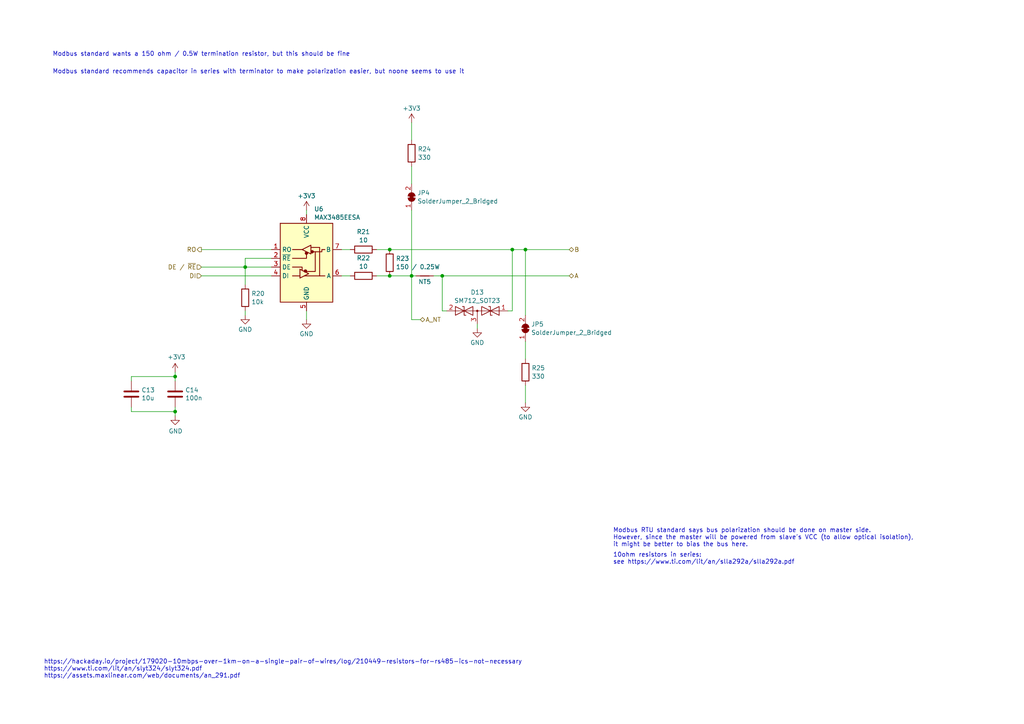
<source format=kicad_sch>
(kicad_sch (version 20230121) (generator eeschema)
  (paper "A4")
  (lib_symbols
    (symbol "Device:C" (pin_numbers hide) (pin_names (offset 0.254))
      (property "Reference" "C" (at 0.635 2.54 0))
      (property "Value" "C" (at 0.635 -2.54 0))
      (symbol "C_0_1"
        (polyline (pts (xy -2.032 -0.762) (xy 2.032 -0.762)) (stroke (width 0.508)))
        (polyline (pts (xy -2.032 0.762) (xy 2.032 0.762)) (stroke (width 0.508)))
      )
      (symbol "C_1_1"
        (pin passive line (at 0 3.81 270) (length 2.794) (name "~") (number "1"))
        (pin passive line (at 0 -3.81 90) (length 2.794) (name "~") (number "2"))
      )
    )
    (symbol "Device:NetTie_2" (pin_numbers hide) (pin_names (offset 0) hide) (in_bom no)
      (property "Reference" "NT" (at 0 1.27 0))
      (property "Value" "NetTie_2" (at 0 -1.27 0))
      (symbol "NetTie_2_0_1"
        (polyline (pts (xy -1.27 0) (xy 1.27 0)) (stroke (width 0.254)))
      )
      (symbol "NetTie_2_1_1"
        (pin passive line (at -2.54 0 0) (length 2.54) (name "1") (number "1"))
        (pin passive line (at 2.54 0 180) (length 2.54) (name "2") (number "2"))
      )
    )
    (symbol "Device:R" (pin_numbers hide) (pin_names (offset 0))
      (property "Reference" "R" (at 2.032 0 90))
      (property "Value" "R" (at 0 0 90))
      (symbol "R_0_1"
        (rectangle (start -1.016 -2.54) (end 1.016 2.54) (stroke (width 0.254)))
      )
      (symbol "R_1_1"
        (pin passive line (at 0 3.81 270) (length 1.27) (name "~") (number "1"))
        (pin passive line (at 0 -3.81 90) (length 1.27) (name "~") (number "2"))
      )
    )
    (symbol "Diode:SM712_SOT23" (pin_names (offset 1.016) hide)
      (property "Reference" "D" (at 0 4.445 0))
      (property "Value" "SM712_SOT23" (at 0 2.54 0))
      (symbol "SM712_SOT23_0_0"
        (polyline (pts (xy 0 -1.27) (xy 0 0)))
      )
      (symbol "SM712_SOT23_0_1"
        (polyline (pts (xy -6.35 0) (xy 6.35 0)))
        (polyline (pts (xy -3.302 1.27) (xy -3.81 1.27) (xy -3.81 -1.27) (xy -4.318 -1.27)) (stroke (width 0.2032)))
        (polyline (pts (xy 4.318 1.27) (xy 3.81 1.27) (xy 3.81 -1.27) (xy 3.302 -1.27)) (stroke (width 0.2032)))
        (polyline (pts (xy -6.35 -1.27) (xy -1.27 1.27) (xy -1.27 -1.27) (xy -6.35 1.27) (xy -6.35 -1.27)) (stroke (width 0.2032)))
        (polyline (pts (xy 1.27 -1.27) (xy 1.27 1.27) (xy 6.35 -1.27) (xy 6.35 1.27) (xy 1.27 -1.27)) (stroke (width 0.2032)))
        (circle (center 0 0) (radius 0.254) (fill (type outline)))
      )
      (symbol "SM712_SOT23_1_1"
        (pin passive line (at -8.89 0 0) (length 2.54) (name "A1") (number "1"))
        (pin passive line (at 8.89 0 180) (length 2.54) (name "A2") (number "2"))
        (pin input line (at 0 -3.81 90) (length 2.54) (name "common") (number "3"))
      )
    )
    (symbol "Interface_UART:MAX3485"
      (property "Reference" "U" (at -6.096 11.43 0))
      (property "Value" "MAX3485" (at 0.762 11.43 0))
      (symbol "MAX3485_0_1"
        (rectangle (start -7.62 10.16) (end 7.62 -12.7) (stroke (width 0.254)) (fill (type background)))
        (circle (center -0.3048 -3.683) (radius 0.3556) (stroke (width 0.254)) (fill (type outline)))
        (circle (center -0.0254 1.4986) (radius 0.3556) (stroke (width 0.254)) (fill (type outline)))
        (polyline (pts (xy -4.064 -5.08) (xy -1.905 -5.08)) (stroke (width 0.254)))
        (polyline (pts (xy -4.064 2.54) (xy -1.27 2.54)) (stroke (width 0.254)))
        (polyline (pts (xy -1.27 -3.2004) (xy -1.27 -3.4544)) (stroke (width 0.254)))
        (polyline (pts (xy -0.635 -5.08) (xy 5.334 -5.08)) (stroke (width 0.254)))
        (polyline (pts (xy -4.064 -2.54) (xy -1.27 -2.54) (xy -1.27 -3.175)) (stroke (width 0.254)))
        (polyline (pts (xy 0 1.27) (xy 0 0) (xy -4.064 0)) (stroke (width 0.254)))
        (polyline (pts (xy 1.27 3.175) (xy 3.81 3.175) (xy 3.81 -5.08)) (stroke (width 0.254)))
        (polyline (pts (xy 2.54 1.905) (xy 2.54 -3.81) (xy 0 -3.81)) (stroke (width 0.254)))
        (polyline (pts (xy -1.905 -3.175) (xy -1.905 -5.715) (xy 0.635 -4.445) (xy -1.905 -3.175)) (stroke (width 0.254)))
        (polyline (pts (xy -1.27 2.54) (xy 1.27 3.81) (xy 1.27 1.27) (xy -1.27 2.54)) (stroke (width 0.254)))
        (polyline (pts (xy 1.905 1.905) (xy 4.445 1.905) (xy 4.445 2.54) (xy 5.334 2.54)) (stroke (width 0.254)))
        (rectangle (start 1.27 3.175) (end 1.27 3.175))
        (circle (center 1.651 1.905) (radius 0.3556) (stroke (width 0.254)) (fill (type outline)))
      )
      (symbol "MAX3485_1_1"
        (pin output line (at -10.16 2.54 0) (length 2.54) (name "RO") (number "1"))
        (pin input line (at -10.16 0 0) (length 2.54) (name "~{RE}") (number "2"))
        (pin input line (at -10.16 -2.54 0) (length 2.54) (name "DE") (number "3"))
        (pin input line (at -10.16 -5.08 0) (length 2.54) (name "DI") (number "4"))
        (pin power_in line (at 0 -15.24 90) (length 2.54) (name "GND") (number "5"))
        (pin bidirectional line (at 10.16 -5.08 180) (length 2.54) (name "A") (number "6"))
        (pin bidirectional line (at 10.16 2.54 180) (length 2.54) (name "B") (number "7"))
        (pin power_in line (at 0 12.7 270) (length 2.54) (name "VCC") (number "8"))
      )
    )
    (symbol "Jumper:SolderJumper_2_Bridged" (pin_names (offset 0) hide)
      (property "Reference" "JP" (at 0 2.032 0))
      (property "Value" "SolderJumper_2_Bridged" (at 0 -2.54 0))
      (symbol "SolderJumper_2_Bridged_0_1"
        (rectangle (start -0.508 0.508) (end 0.508 -0.508) (fill (type outline)))
        (arc (start -0.254 1.016) (mid -1.2656 0) (end -0.254 -1.016))
        (arc (start -0.254 1.016) (mid -1.2656 0) (end -0.254 -1.016) (fill (type outline)))
        (polyline (pts (xy -0.254 1.016) (xy -0.254 -1.016)))
        (polyline (pts (xy 0.254 1.016) (xy 0.254 -1.016)))
        (arc (start 0.254 -1.016) (mid 1.2656 0) (end 0.254 1.016))
        (arc (start 0.254 -1.016) (mid 1.2656 0) (end 0.254 1.016) (fill (type outline)))
      )
      (symbol "SolderJumper_2_Bridged_1_1"
        (pin passive line (at -3.81 0 0) (length 2.54) (name "A") (number "1"))
        (pin passive line (at 3.81 0 180) (length 2.54) (name "B") (number "2"))
      )
    )
    (symbol "power:+3V3" (power) (pin_names (offset 0))
      (property "Value" "+3V3" (at 0 3.556 0))
      (symbol "+3V3_0_1"
        (polyline (pts (xy -0.762 1.27) (xy 0 2.54)))
        (polyline (pts (xy 0 0) (xy 0 2.54)))
        (polyline (pts (xy 0 2.54) (xy 0.762 1.27)))
      )
      (symbol "+3V3_1_1"
        (pin power_in line (at 0 0 90) (length 0) hide (name "+3V3") (number "1"))
      )
    )
    (symbol "power:GND" (power) (pin_names (offset 0))
      (property "Value" "GND" (at 0 -3.81 0))
      (symbol "GND_0_1"
        (polyline (pts (xy 0 0) (xy 0 -1.27) (xy 1.27 -1.27) (xy 0 -2.54) (xy -1.27 -1.27) (xy 0 -1.27)))
      )
      (symbol "GND_1_1"
        (pin power_in line (at 0 0 270) (length 0) hide (name "GND") (number "1"))
      )
    )
  )
  (junction (at 50.8 119.38))
  (junction (at 113.03 80.01))
  (junction (at 152.4 72.39))
  (junction (at 113.03 72.39))
  (junction (at 71.12 77.47))
  (junction (at 128.27 80.01))
  (junction (at 50.8 109.22))
  (junction (at 148.59 72.39))
  (junction (at 119.38 80.01))
  (wire (pts (xy 99.06 80.01) (xy 101.6 80.01)))
  (wire (pts (xy 71.12 90.17) (xy 71.12 91.44)))
  (wire (pts (xy 58.42 72.39) (xy 78.74 72.39)))
  (wire (pts (xy 138.43 93.98) (xy 138.43 95.25)))
  (wire (pts (xy 71.12 74.93) (xy 71.12 77.47)))
  (wire (pts (xy 58.42 77.47) (xy 71.12 77.47)))
  (wire (pts (xy 152.4 72.39) (xy 152.4 91.44)))
  (wire (pts (xy 119.38 60.96) (xy 119.38 80.01)))
  (wire (pts (xy 119.38 92.71) (xy 121.92 92.71)))
  (wire (pts (xy 109.22 80.01) (xy 113.03 80.01)))
  (wire (pts (xy 119.38 48.26) (xy 119.38 53.34)))
  (wire (pts (xy 38.1 119.38) (xy 50.8 119.38)))
  (wire (pts (xy 148.59 72.39) (xy 152.4 72.39)))
  (wire (pts (xy 125.73 80.01) (xy 128.27 80.01)))
  (wire (pts (xy 99.06 72.39) (xy 101.6 72.39)))
  (wire (pts (xy 88.9 90.17) (xy 88.9 92.71)))
  (wire (pts (xy 38.1 109.22) (xy 50.8 109.22)))
  (wire (pts (xy 50.8 109.22) (xy 50.8 107.95)))
  (wire (pts (xy 58.42 80.01) (xy 78.74 80.01)))
  (wire (pts (xy 50.8 119.38) (xy 50.8 118.11)))
  (wire (pts (xy 88.9 60.96) (xy 88.9 62.23)))
  (wire (pts (xy 148.59 90.17) (xy 147.32 90.17)))
  (wire (pts (xy 71.12 77.47) (xy 78.74 77.47)))
  (wire (pts (xy 119.38 35.56) (xy 119.38 40.64)))
  (wire (pts (xy 71.12 77.47) (xy 71.12 82.55)))
  (wire (pts (xy 152.4 99.06) (xy 152.4 104.14)))
  (wire (pts (xy 128.27 80.01) (xy 165.1 80.01)))
  (wire (pts (xy 129.54 90.17) (xy 128.27 90.17)))
  (wire (pts (xy 128.27 90.17) (xy 128.27 80.01)))
  (wire (pts (xy 119.38 80.01) (xy 120.65 80.01)))
  (wire (pts (xy 113.03 80.01) (xy 119.38 80.01)))
  (wire (pts (xy 50.8 120.65) (xy 50.8 119.38)))
  (wire (pts (xy 119.38 80.01) (xy 119.38 92.71)))
  (wire (pts (xy 50.8 110.49) (xy 50.8 109.22)))
  (wire (pts (xy 71.12 74.93) (xy 78.74 74.93)))
  (wire (pts (xy 38.1 118.11) (xy 38.1 119.38)))
  (wire (pts (xy 38.1 110.49) (xy 38.1 109.22)))
  (wire (pts (xy 113.03 72.39) (xy 148.59 72.39)))
  (wire (pts (xy 148.59 72.39) (xy 148.59 90.17)))
  (wire (pts (xy 109.22 72.39) (xy 113.03 72.39)))
  (wire (pts (xy 152.4 111.76) (xy 152.4 116.84)))
  (wire (pts (xy 152.4 72.39) (xy 165.1 72.39)))
  (text "https://hackaday.io/project/179020-10mbps-over-1km-on-a-single-pair-of-wires/log/210449-resistors-for-rs485-ics-not-necessary\nhttps://www.ti.com/lit/an/slyt324/slyt324.pdf\nhttps://assets.maxlinear.com/web/documents/an_291.pdf" (at 12.7 196.85 0) (effects (font (size 1.27 1.27)) (justify left bottom)))
  (text "Modbus RTU standard says bus polarization should be done on master side.\nHowever, since the master will be powered from slave's VCC (to allow optical isolation),\nit might be better to bias the bus here." (at 177.8 158.75 0) (effects (font (size 1.27 1.27)) (justify left bottom)))
  (text "10ohm resistors in series:\nsee https://www.ti.com/lit/an/slla292a/slla292a.pdf" (at 177.8 163.83 0) (effects (font (size 1.27 1.27)) (justify left bottom)))
  (text "Modbus standard recommends capacitor in series with terminator to make polarization easier, but noone seems to use it" (at 15.24 21.59 0) (effects (font (size 1.27 1.27)) (justify left bottom)))
  (text "Modbus standard wants a 150 ohm / 0.5W termination resistor, but this should be fine" (at 15.24 16.51 0) (effects (font (size 1.27 1.27)) (justify left bottom)))
  (hierarchical_label "RO" (shape output) (at 58.42 72.39 180))
  (hierarchical_label "DI" (shape input) (at 58.42 80.01 180))
  (hierarchical_label "DE {slash} ~{RE}" (shape input) (at 58.42 77.47 180))
  (hierarchical_label "A" (shape bidirectional) (at 165.1 80.01 0))
  (hierarchical_label "A_NT" (shape bidirectional) (at 121.92 92.71 0))
  (hierarchical_label "B" (shape bidirectional) (at 165.1 72.39 0))
  (symbol (lib_id "Device:R") (at 71.12 86.36 0) (unit 1)
    (property "Reference" "R20" (at 72.898 85.1479 0) (effects (justify left)))
    (property "Value" "10k" (at 72.898 87.5721 0) (effects (justify left)))
    (property "Footprint" "Resistor_SMD:R_1206_3216Metric_Pad1.30x1.75mm_HandSolder" (effects hide))
  )
  (symbol (lib_id "Jumper:SolderJumper_2_Bridged") (at 152.4 95.25 90) (unit 1)
    (property "Reference" "JP5" (at 154.051 94.0379 90) (effects (justify right)))
    (property "Value" "SolderJumper_2_Bridged" (at 154.051 96.4621 90) (effects (justify right)))
    (property "Footprint" "Jumper:SolderJumper-2_P1.3mm_Bridged_Pad1.0x1.5mm" (effects hide))
  )
  (symbol (lib_id "power:GND") (at 71.12 91.44 0) (unit 1)
    (property "Reference" "#PWR053" (effects hide))
    (property "Value" "GND" (at 71.12 95.5731 0))
  )
  (symbol (lib_id "Device:R") (at 105.41 72.39 90) (unit 1)
    (property "Reference" "R21" (at 105.41 67.2297 90))
    (property "Value" "10" (at 105.41 69.6539 90))
    (property "Footprint" "Resistor_SMD:R_1206_3216Metric_Pad1.30x1.75mm_HandSolder" (effects hide))
  )
  (symbol (lib_id "Device:R") (at 152.4 107.95 0) (unit 1)
    (property "Reference" "R25" (at 154.178 106.7379 0) (effects (justify left)))
    (property "Value" "330" (at 154.178 109.1621 0) (effects (justify left)))
    (property "Footprint" "Resistor_SMD:R_1206_3216Metric_Pad1.30x1.75mm_HandSolder" (effects hide))
  )
  (symbol (lib_id "power:+3V3") (at 88.9 60.96 0) (unit 1)
    (property "Reference" "#PWR054" (effects hide))
    (property "Value" "+3V3" (at 88.9 56.8269 0))
  )
  (symbol (lib_id "power:GND") (at 50.8 120.65 0) (unit 1)
    (property "Reference" "#PWR052" (effects hide))
    (property "Value" "GND" (at 50.927 125.0442 0))
  )
  (symbol (lib_id "Diode:SM712_SOT23") (at 138.43 90.17 0) (mirror y) (unit 1)
    (property "Reference" "D13" (at 138.43 84.7811 0))
    (property "Value" "SM712_SOT23" (at 138.43 87.2053 0))
    (property "Footprint" "Package_TO_SOT_SMD:SOT-23" (effects hide))
    (property "Datasheet" "https://www.tme.eu/Document/75933fc1842e5f5f3391c0542bf992c7/SM712.pdf" (effects hide))
    (property "TME" "https://www.tme.eu/cz/details/sm712-02htg-lf/ochranne-diody-site/littelfuse/sm712-02htg/" (effects hide))
  )
  (symbol (lib_id "Jumper:SolderJumper_2_Bridged") (at 119.38 57.15 90) (unit 1)
    (property "Reference" "JP4" (at 121.031 55.9379 90) (effects (justify right)))
    (property "Value" "SolderJumper_2_Bridged" (at 121.031 58.3621 90) (effects (justify right)))
    (property "Footprint" "Jumper:SolderJumper-2_P1.3mm_Bridged_Pad1.0x1.5mm" (effects hide))
  )
  (symbol (lib_id "power:+3V3") (at 119.38 35.56 0) (unit 1)
    (property "Reference" "#PWR056" (effects hide))
    (property "Value" "+3V3" (at 119.38 31.4269 0))
  )
  (symbol (lib_id "Device:R") (at 119.38 44.45 0) (unit 1)
    (property "Reference" "R24" (at 121.158 43.2379 0) (effects (justify left)))
    (property "Value" "330" (at 121.158 45.6621 0) (effects (justify left)))
    (property "Footprint" "Resistor_SMD:R_1206_3216Metric_Pad1.30x1.75mm_HandSolder" (effects hide))
  )
  (symbol (lib_id "Device:C") (at 50.8 114.3 0) (unit 1)
    (property "Reference" "C14" (at 53.721 113.1316 0) (effects (justify left)))
    (property "Value" "100n" (at 53.721 115.443 0) (effects (justify left)))
    (property "Footprint" "Capacitor_SMD:C_1206_3216Metric_Pad1.33x1.80mm_HandSolder" (effects hide))
  )
  (symbol (lib_id "Interface_UART:MAX3485") (at 88.9 74.93 0) (unit 1)
    (property "Reference" "U6" (at 91.0941 60.6257 0) (effects (justify left)))
    (property "Value" "MAX3485EESA" (at 91.0941 63.0499 0) (effects (justify left)))
    (property "Footprint" "Package_SO:SO-8_3.9x4.9mm_P1.27mm" (effects hide))
    (property "Datasheet" "https://www.tme.eu/Document/5d5b648f55bbf5771c109d6c80e174e8/MAX3483-85-86-88-90-91_E.pdf" (effects hide))
    (property "TME" "https://www.tme.eu/cz/details/max3485eesa+/integr-obvody-interface-rs232-422-485/analog-devices-maxim-integrated/" (effects hide))
  )
  (symbol (lib_id "power:GND") (at 152.4 116.84 0) (unit 1)
    (property "Reference" "#PWR058" (effects hide))
    (property "Value" "GND" (at 152.4 120.9731 0))
  )
  (symbol (lib_id "Device:C") (at 38.1 114.3 0) (unit 1)
    (property "Reference" "C13" (at 41.021 113.1316 0) (effects (justify left)))
    (property "Value" "10u" (at 41.021 115.443 0) (effects (justify left)))
    (property "Footprint" "Capacitor_SMD:C_1206_3216Metric_Pad1.33x1.80mm_HandSolder" (effects hide))
  )
  (symbol (lib_id "power:GND") (at 88.9 92.71 0) (unit 1)
    (property "Reference" "#PWR055" (effects hide))
    (property "Value" "GND" (at 88.9 96.8431 0))
  )
  (symbol (lib_id "power:+3V3") (at 50.8 107.95 0) (unit 1)
    (property "Reference" "#PWR051" (effects hide))
    (property "Value" "+3V3" (at 51.181 103.5558 0))
  )
  (symbol (lib_id "Device:R") (at 113.03 76.2 0) (unit 1)
    (property "Reference" "R23" (at 114.808 74.9879 0) (effects (justify left)))
    (property "Value" "150 / 0.25W" (at 114.808 77.4121 0) (effects (justify left)))
    (property "Footprint" "Resistor_SMD:R_1206_3216Metric_Pad1.30x1.75mm_HandSolder" (effects hide))
  )
  (symbol (lib_id "power:GND") (at 138.43 95.25 0) (unit 1)
    (property "Reference" "#PWR057" (effects hide))
    (property "Value" "GND" (at 138.43 99.3831 0))
  )
  (symbol (lib_id "Device:NetTie_2") (at 123.19 80.01 0) (unit 1) (in_bom no)
    (property "Reference" "NT5" (at 123.19 81.7301 0))
    (property "Value" "NetTie_2" (effects hide))
    (property "Footprint" "Resistor_SMD:R_1206_3216Metric_Pad1.30x1.75mm_HandSolder" (effects hide))
  )
  (symbol (lib_id "Device:R") (at 105.41 80.01 90) (unit 1)
    (property "Reference" "R22" (at 105.41 74.8497 90))
    (property "Value" "10" (at 105.41 77.2739 90))
    (property "Footprint" "Resistor_SMD:R_1206_3216Metric_Pad1.30x1.75mm_HandSolder" (effects hide))
  )
)
</source>
